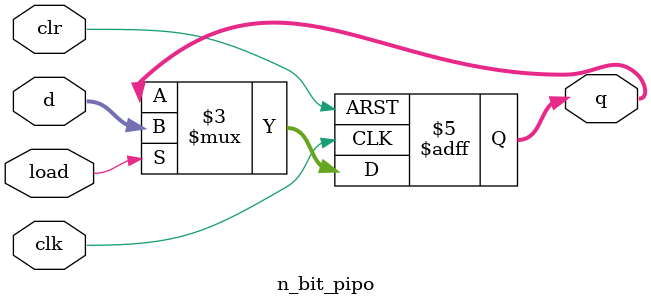
<source format=v>
module n_bit_pipo #(
    parameter N = 8
) (
    input clk, clr, load,
    input [N-1:0] d,
    output reg [N-1:0] q
);
    
    always @(posedge clk or posedge clr) begin
        if(clr)
            q <= 'b0;
        else if(load)
            q <= d;
        else
            q <= q;
    end


endmodule
</source>
